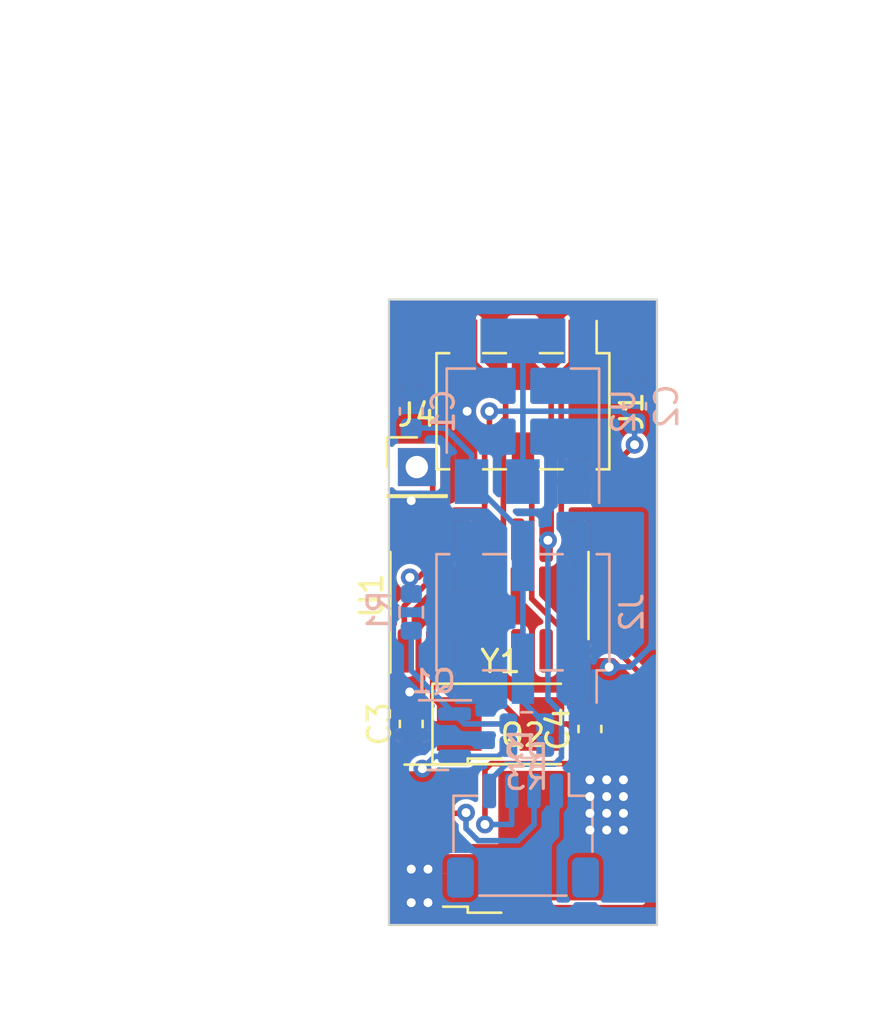
<source format=kicad_pcb>
(kicad_pcb (version 20211014) (generator pcbnew)
  (layers (0 "F.Cu" signal) (31 "B.Cu" signal) (34 "B.Paste" user) (35 "F.Paste" user) (36 "B.SilkS" user "B.Silkscreen") (37 "F.SilkS" user "F.Silkscreen") (38 "B.Mask" user) (39 "F.Mask" user) (44 "Edge.Cuts" user))
  (net 0 "")
  (net 1 "VIN")
  (net 2 "GND")
  (net 3 "VOUT")
  (net 4 "CLKI")
  (net 5 "PB1")
  (net 6 "ADC5")
  (net 7 "ADC6")
  (net 8 "PB3")
  (net 9 "OUTPUT01")
  (net 10 "ADC4")
  (net 11 "Net-(Q1-Pad1)")
  (net 12 "Net-(Q1-Pad2)")
  (net 13 "ADC0")
  (net 14 "CKOUT")
  (net 15 "ADC7")
  (net 16 "ADC3")
  (net 17 "ADC2")
  (net 18 "ADC1")
  (footprint "oomlout_OOMP_parts:CAPC-0603-X-PF20-V50-C6P20" (layer "F.Cu") (at 181.5 104.475 90)
    (fp_text reference "C4" (at 0 -1.43 90) (layer "F.SilkS"))
    (fp_text value "CAPC-0603-X-PF20-V50-C6P20")
    (fp_line (start -0.14058 0.51) (end 0.14058 0.51) (layer "F.SilkS") (width 0.12))
    (fp_line (start -0.14058 -0.51) (end 0.14058 -0.51) (layer "F.SilkS") (width 0.12))
    (pad "1" smd roundrect (at -0.775 0 90) (size 0.9 0.95) (layers "F.Cu" "F.Paste" "F.Mask") (net 5 "PB1"))
    (pad "2" smd roundrect (at 0.775 0 90) (size 0.9 0.95) (layers "F.Cu" "F.Paste" "F.Mask") (net 2 "GND"))
  )
  (footprint "oomlout_OOMP_parts:HEAD-I01-X-PI01-01-HP01" (layer "F.Cu") (at 173.75 92.75)
    (fp_text reference "J4" (at 0 -2.33) (layer "F.SilkS"))
    (fp_text value "HEAD-I01-X-PI01-01-HP01")
    (fp_line (start -1.33 1.33) (end 1.33 1.33) (layer "F.SilkS") (width 0.12))
    (fp_line (start 1.33 1.27) (end 1.33 1.33) (layer "F.SilkS") (width 0.12))
    (fp_line (start -1.33 1.27) (end 1.33 1.27) (layer "F.SilkS") (width 0.12))
    (fp_line (start -1.33 0) (end -1.33 -1.33) (layer "F.SilkS") (width 0.12))
    (fp_line (start -1.33 1.27) (end -1.33 1.33) (layer "F.SilkS") (width 0.12))
    (fp_line (start -1.33 -1.33) (end 0 -1.33) (layer "F.SilkS") (width 0.12))
    (pad "1" thru_hole rect (at 0 0) (size 1.7 1.7) (drill 1) (layers *.Cu *.Mask) (net 13 "ADC0"))
  )
  (footprint "oomlout_OOMP_parts:CAPC-0603-X-PF20-V50-C6P20" (layer "F.Cu") (at 173.5 104.25 90)
    (fp_text reference "C3" (at 0 -1.43 90) (layer "F.SilkS"))
    (fp_text value "CAPC-0603-X-PF20-V50-C6P20")
    (fp_line (start -0.14058 -0.51) (end 0.14058 -0.51) (layer "F.SilkS") (width 0.12))
    (fp_line (start -0.14058 0.51) (end 0.14058 0.51) (layer "F.SilkS") (width 0.12))
    (pad "1" smd roundrect (at -0.775 0 90) (size 0.9 0.95) (layers "F.Cu" "F.Paste" "F.Mask") (net 4 "CLKI"))
    (pad "2" smd roundrect (at 0.775 0 90) (size 0.9 0.95) (layers "F.Cu" "F.Paste" "F.Mask") (net 2 "GND"))
  )
  (footprint "oomlout_OOMP_parts:HEAD-I01-X-PI2X03-SM-H2X3SM" (layer "F.Cu") (at 178.5 90.25 -90)
    (fp_text reference "J1" (at 0 -4.87 90) (layer "F.SilkS"))
    (fp_text value "HEAD-I01-X-PI2X03-SM-H2X3SM")
    (fp_line (start -2.6 3.87) (end 2.6 3.87) (layer "F.SilkS") (width 0.12))
    (fp_line (start -2.6 0.76) (end -2.6 1.78) (layer "F.SilkS") (width 0.12))
    (fp_line (start -4.04 -3.3) (end -2.6 -3.3) (layer "F.SilkS") (width 0.12))
    (fp_line (start -2.6 -1.78) (end -2.6 -0.76) (layer "F.SilkS") (width 0.12))
    (fp_line (start -2.6 3.3) (end -2.6 3.87) (layer "F.SilkS") (width 0.12))
    (fp_line (start 2.6 -3.87) (end 2.6 -3.3) (layer "F.SilkS") (width 0.12))
    (fp_line (start 2.6 0.76) (end 2.6 1.78) (layer "F.SilkS") (width 0.12))
    (fp_line (start 2.6 -1.78) (end 2.6 -0.76) (layer "F.SilkS") (width 0.12))
    (fp_line (start -2.6 -3.87) (end -2.6 -3.3) (layer "F.SilkS") (width 0.12))
    (fp_line (start -2.6 -3.87) (end 2.6 -3.87) (layer "F.SilkS") (width 0.12))
    (fp_line (start 2.6 3.3) (end 2.6 3.87) (layer "F.SilkS") (width 0.12))
    (pad "1" smd rect (at -2.525 -2.54 270) (size 3.15 1) (layers "F.Cu" "F.Paste" "F.Mask") (net 6 "ADC5"))
    (pad "2" smd rect (at 2.525 -2.54 270) (size 3.15 1) (layers "F.Cu" "F.Paste" "F.Mask") (net 3 "VOUT"))
    (pad "3" smd rect (at -2.525 0 270) (size 3.15 1) (layers "F.Cu" "F.Paste" "F.Mask") (net 10 "ADC4"))
    (pad "4" smd rect (at 2.525 0 270) (size 3.15 1) (layers "F.Cu" "F.Paste" "F.Mask") (net 7 "ADC6"))
    (pad "5" smd rect (at -2.525 2.54 270) (size 3.15 1) (layers "F.Cu" "F.Paste" "F.Mask") (net 8 "PB3"))
    (pad "6" smd rect (at 2.525 2.54 270) (size 3.15 1) (layers "F.Cu" "F.Paste" "F.Mask") (net 2 "GND"))
  )
  (footprint "oomlout_OOMP_parts:MCUU-SC14-84-ATTINY-01-MCAT84SC14" (layer "F.Cu") (at 177 98.5 90)
    (fp_text reference "U1" (at 0 -5.28 90) (layer "F.SilkS"))
    (fp_text value "MCUU-SC14-84-ATTINY-01-MCAT84SC14")
    (fp_line (start 0 -4.435) (end -3.45 -4.435) (layer "F.SilkS") (width 0.12))
    (fp_line (start 0 -4.435) (end 1.95 -4.435) (layer "F.SilkS") (width 0.12))
    (fp_line (start 0 4.435) (end -1.95 4.435) (layer "F.SilkS") (width 0.12))
    (fp_line (start 0 4.435) (end 1.95 4.435) (layer "F.SilkS") (width 0.12))
    (pad "1" smd roundrect (at -2.475 -3.81 90) (size 1.95 0.6) (layers "F.Cu" "F.Paste" "F.Mask") (net 3 "VOUT"))
    (pad "2" smd roundrect (at -2.475 -2.54 90) (size 1.95 0.6) (layers "F.Cu" "F.Paste" "F.Mask") (net 4 "CLKI"))
    (pad "3" smd roundrect (at -2.475 -1.27 90) (size 1.95 0.6) (layers "F.Cu" "F.Paste" "F.Mask") (net 5 "PB1"))
    (pad "4" smd roundrect (at -2.475 0 90) (size 1.95 0.6) (layers "F.Cu" "F.Paste" "F.Mask") (net 8 "PB3"))
    (pad "5" smd roundrect (at -2.475 1.27 90) (size 1.95 0.6) (layers "F.Cu" "F.Paste" "F.Mask") (net 14 "CKOUT"))
    (pad "6" smd roundrect (at -2.475 2.54 90) (size 1.95 0.6) (layers "F.Cu" "F.Paste" "F.Mask") (net 15 "ADC7"))
    (pad "7" smd roundrect (at -2.475 3.81 90) (size 1.95 0.6) (layers "F.Cu" "F.Paste" "F.Mask") (net 7 "ADC6"))
    (pad "8" smd roundrect (at 2.475 3.81 90) (size 1.95 0.6) (layers "F.Cu" "F.Paste" "F.Mask") (net 6 "ADC5"))
    (pad "9" smd roundrect (at 2.475 2.54 90) (size 1.95 0.6) (layers "F.Cu" "F.Paste" "F.Mask") (net 10 "ADC4"))
    (pad "10" smd roundrect (at 2.475 1.27 90) (size 1.95 0.6) (layers "F.Cu" "F.Paste" "F.Mask") (net 16 "ADC3"))
    (pad "11" smd roundrect (at 2.475 0 90) (size 1.95 0.6) (layers "F.Cu" "F.Paste" "F.Mask") (net 17 "ADC2"))
    (pad "12" smd roundrect (at 2.475 -1.27 90) (size 1.95 0.6) (layers "F.Cu" "F.Paste" "F.Mask") (net 18 "ADC1"))
    (pad "13" smd roundrect (at 2.475 -2.54 90) (size 1.95 0.6) (layers "F.Cu" "F.Paste" "F.Mask") (net 13 "ADC0"))
    (pad "14" smd roundrect (at 2.475 -3.81 90) (size 1.95 0.6) (layers "F.Cu" "F.Paste" "F.Mask") (net 2 "GND"))
  )
  (footprint "oomlout_OOMP_parts:MOSN-T252-X-K4184-01-MN2524184A" (layer "F.Cu") (at 178.5 109.25)
    (fp_text reference "Q2" (at 0 -4.5) (layer "F.SilkS"))
    (fp_text value "MOSN-T252-X-K4184-01-MN2524184A")
    (fp_line (start -2.47 -3.45) (end -2.47 -3.18) (layer "F.SilkS") (width 0.12))
    (fp_line (start -0.97 -3.45) (end -2.47 -3.45) (layer "F.SilkS") (width 0.12))
    (fp_line (start -0.97 3.45) (end -2.47 3.45) (layer "F.SilkS") (width 0.12))
    (fp_line (start -2.47 -3.18) (end -5.3 -3.18) (layer "F.SilkS") (width 0.12))
    (fp_line (start -2.47 3.45) (end -2.47 3.18) (layer "F.SilkS") (width 0.12))
    (fp_line (start -2.47 3.18) (end -3.57 3.18) (layer "F.SilkS") (width 0.12))
    (pad "1" smd rect (at -4.2 -2.28) (size 2.2 1.2) (layers "F.Cu" "F.Paste" "F.Mask") (net 12 "Net-(Q1-Pad2)"))
    (pad "2" smd rect (at 2.1 0) (size 6.4 5.8) (layers "F.Cu" "F.Mask") (net 9 "OUTPUT01"))
    (pad "2" smd rect (at -4.2 0) (size 2.2 1.2) (layers "F.Cu" "F.Paste" "F.Mask") (net 9 "OUTPUT01"))
    (pad "3" smd rect (at -4.2 2.28) (size 2.2 1.2) (layers "F.Cu" "F.Paste" "F.Mask") (net 2 "GND"))
  )
  (footprint "oomlout_OOMP_parts:XTAL-5032-X-MZ16-01-XTAL5032-MZ16" (layer "F.Cu") (at 177.5 104.25)
    (fp_text reference "Y1" (at 0 -2.8) (layer "F.SilkS"))
    (fp_text value "XTAL-5032-X-MZ16-01-XTAL5032-MZ16")
    (fp_line (start 2.7 -1.8) (end -3.05 -1.8) (layer "F.SilkS") (width 0.12))
    (fp_line (start -3.05 -1.8) (end -3.05 1.8) (layer "F.SilkS") (width 0.12))
    (fp_line (start -3.05 1.8) (end 2.7 1.8) (layer "F.SilkS") (width 0.12))
    (pad "1" smd rect (at -1.85 0) (size 2 2.4) (layers "F.Cu" "F.Paste" "F.Mask") (net 4 "CLKI"))
    (pad "2" smd rect (at 1.85 0) (size 2 2.4) (layers "F.Cu" "F.Paste" "F.Mask") (net 5 "PB1"))
  )
  (footprint "oomlout_OOMP_parts:CAPC-0603-X-NF100-V50-C6N100" (layer "B.Cu") (at 183.5 90.025 90)
    (fp_text reference "C2" (at 0 1.43 90) (layer "B.SilkS") (effects (justify mirror)))
    (fp_text value "CAPC-0603-X-NF100-V50-C6N100")
    (fp_line (start -0.14058 0.51) (end 0.14058 0.51) (layer "B.SilkS") (width 0.12))
    (fp_line (start -0.14058 -0.51) (end 0.14058 -0.51) (layer "B.SilkS") (width 0.12))
    (pad "1" smd roundrect (at -0.775 0 90) (size 0.9 0.95) (layers "B.Cu" "B.Paste" "B.Mask") (net 3 "VOUT"))
    (pad "2" smd roundrect (at 0.775 0 90) (size 0.9 0.95) (layers "B.Cu" "B.Paste" "B.Mask") (net 2 "GND"))
  )
  (footprint "oomlout_OOMP_parts:RESE-0603-X-O271-01-R6O271" (layer "B.Cu") (at 173.5 99.25 -90)
    (fp_text reference "R1" (at 0 1.43 90) (layer "B.SilkS") (effects (justify mirror)))
    (fp_text value "RESE-0603-X-O271-01-R6O271")
    (fp_line (start -0.237258 0.5225) (end 0.237258 0.5225) (layer "B.SilkS") (width 0.12))
    (fp_line (start -0.237258 -0.5225) (end 0.237258 -0.5225) (layer "B.SilkS") (width 0.12))
    (pad "1" smd roundrect (at -0.825 0 270) (size 0.8 0.95) (layers "B.Cu" "B.Paste" "B.Mask") (net 13 "ADC0"))
    (pad "2" smd roundrect (at 0.825 0 270) (size 0.8 0.95) (layers "B.Cu" "B.Paste" "B.Mask") (net 11 "Net-(Q1-Pad1)"))
  )
  (footprint "oomlout_OOMP_parts:HEAD-JSTSH-X-PI04-RS-HSH04RS" (layer "B.Cu") (at 178.5 109.25 180)
    (fp_text reference "J3" (at 0 3.98) (layer "B.SilkS") (effects (justify mirror)))
    (fp_text value "HEAD-JSTSH-X-PI04-RS-HSH04RS")
    (fp_line (start 3.11 -0.715) (end 3.11 1.785) (layer "B.SilkS") (width 0.12))
    (fp_line (start 3.11 1.785) (end 2.06 1.785) (layer "B.SilkS") (width 0.12))
    (fp_line (start -2.06 1.785) (end -2.06 2.775) (layer "B.SilkS") (width 0.12))
    (fp_line (start -3.11 1.785) (end -2.06 1.785) (layer "B.SilkS") (width 0.12))
    (fp_line (start -1.94 -2.685) (end 1.94 -2.685) (layer "B.SilkS") (width 0.12))
    (fp_line (start -3.11 -0.715) (end -3.11 1.785) (layer "B.SilkS") (width 0.12))
    (pad "1" smd roundrect (at -1.5 2 180) (size 0.6 1.55) (layers "B.Cu" "B.Paste" "B.Mask") (net 2 "GND"))
    (pad "2" smd roundrect (at -0.5 2 180) (size 0.6 1.55) (layers "B.Cu" "B.Paste" "B.Mask") (net 3 "VOUT"))
    (pad "3" smd roundrect (at 0.5 2 180) (size 0.6 1.55) (layers "B.Cu" "B.Paste" "B.Mask") (net 7 "ADC6"))
    (pad "4" smd roundrect (at 1.5 2 180) (size 0.6 1.55) (layers "B.Cu" "B.Paste" "B.Mask") (net 10 "ADC4"))
    (pad "MP" smd roundrect (at -2.8 -1.875 180) (size 1.2 1.8) (layers "B.Cu" "B.Paste" "B.Mask") (roundrect_rratio 0.2083333333))
    (pad "MP" smd roundrect (at 2.8 -1.875 180) (size 1.2 1.8) (layers "B.Cu" "B.Paste" "B.Mask") (roundrect_rratio 0.2083333333))
  )
  (footprint "oomlout_OOMP_parts:RESE-0603-X-O103-01-R6O1301" (layer "B.Cu") (at 178.675 105.25)
    (fp_text reference "R3" (at 0 1.43) (layer "B.SilkS") (effects (justify mirror)))
    (fp_text value "RESE-0603-X-O103-01-R6O1301")
    (fp_line (start -0.237258 0.5225) (end 0.237258 0.5225) (layer "B.SilkS") (width 0.12))
    (fp_line (start -0.237258 -0.5225) (end 0.237258 -0.5225) (layer "B.SilkS") (width 0.12))
    (pad "1" smd roundrect (at -0.825 0) (size 0.8 0.95) (layers "B.Cu" "B.Paste" "B.Mask") (net 12 "Net-(Q1-Pad2)"))
    (pad "2" smd roundrect (at 0.825 0) (size 0.8 0.95) (layers "B.Cu" "B.Paste" "B.Mask") (net 1 "VIN"))
  )
  (footprint "oomlout_OOMP_parts:CAPC-0603-X-NF100-V50-C6N100" (layer "B.Cu") (at 173.5 90.25 90)
    (fp_text reference "C1" (at 0 1.43 90) (layer "B.SilkS") (effects (justify mirror)))
    (fp_text value "CAPC-0603-X-NF100-V50-C6N100")
    (fp_line (start -0.14058 0.51) (end 0.14058 0.51) (layer "B.SilkS") (width 0.12))
    (fp_line (start -0.14058 -0.51) (end 0.14058 -0.51) (layer "B.SilkS") (width 0.12))
    (pad "1" smd roundrect (at -0.775 0 90) (size 0.9 0.95) (layers "B.Cu" "B.Paste" "B.Mask") (net 1 "VIN"))
    (pad "2" smd roundrect (at 0.775 0 90) (size 0.9 0.95) (layers "B.Cu" "B.Paste" "B.Mask") (net 2 "GND"))
  )
  (footprint "oomlout_OOMP_parts:RESE-0603-X-O103-01-R6O1301" (layer "B.Cu") (at 178.675 104.25)
    (fp_text reference "R2" (at 0 1.43) (layer "B.SilkS") (effects (justify mirror)))
    (fp_text value "RESE-0603-X-O103-01-R6O1301")
    (fp_line (start -0.237258 -0.5225) (end 0.237258 -0.5225) (layer "B.SilkS") (width 0.12))
    (fp_line (start -0.237258 0.5225) (end 0.237258 0.5225) (layer "B.SilkS") (width 0.12))
    (pad "1" smd roundrect (at -0.825 0) (size 0.8 0.95) (layers "B.Cu" "B.Paste" "B.Mask") (net 11 "Net-(Q1-Pad1)"))
    (pad "2" smd roundrect (at 0.825 0) (size 0.8 0.95) (layers "B.Cu" "B.Paste" "B.Mask") (net 1 "VIN"))
  )
  (footprint "oomlout_OOMP_parts:TRNN-SO23-X-KS8050-01-TRNN-SO23-KS8050" (layer "B.Cu") (at 174.5 104.75 180)
    (fp_text reference "Q1" (at 0 2.4) (layer "B.SilkS") (effects (justify mirror)))
    (fp_text value "TRNN-SO23-X-KS8050-01-TRNN-SO23-KS8050")
    (fp_line (start 0 -1.56) (end -0.65 -1.56) (layer "B.SilkS") (width 0.12))
    (fp_line (start 0 1.56) (end -1.675 1.56) (layer "B.SilkS") (width 0.12))
    (fp_line (start 0 -1.56) (end 0.65 -1.56) (layer "B.SilkS") (width 0.12))
    (fp_line (start 0 1.56) (end 0.65 1.56) (layer "B.SilkS") (width 0.12))
    (pad "1" smd roundrect (at -0.9375 0.95 180) (size 1.475 0.6) (layers "B.Cu" "B.Paste" "B.Mask") (net 11 "Net-(Q1-Pad1)"))
    (pad "2" smd roundrect (at -0.9375 -0.95 180) (size 1.475 0.6) (layers "B.Cu" "B.Paste" "B.Mask") (net 12 "Net-(Q1-Pad2)"))
    (pad "3" smd roundrect (at 0.9375 0 180) (size 1.475 0.6) (layers "B.Cu" "B.Paste" "B.Mask") (net 2 "GND"))
  )
  (footprint "oomlout_OOMP_parts:VREG-SO223-X-KLD1117-V33D-VR111722333" (layer "B.Cu") (at 178.5 90.25 90)
    (fp_text reference "U2" (at 0 4.5 90) (layer "B.SilkS") (effects (justify mirror)))
    (fp_text value "VREG-SO223-X-KLD1117-V33D-VR111722333")
    (fp_line (start 1.91 3.41) (end 1.91 2.15) (layer "B.SilkS") (width 0.12))
    (fp_line (start -1.85 -3.41) (end 1.91 -3.41) (layer "B.SilkS") (width 0.12))
    (fp_line (start 1.91 -3.41) (end 1.91 -2.15) (layer "B.SilkS") (width 0.12))
    (fp_line (start -4.1 3.41) (end 1.91 3.41) (layer "B.SilkS") (width 0.12))
    (pad "1" smd rect (at -3.15 2.3 90) (size 2 1.5) (layers "B.Cu" "B.Paste" "B.Mask") (net 2 "GND"))
    (pad "2" smd rect (at 3.15 0 90) (size 2 3.8) (layers "B.Cu" "B.Paste" "B.Mask") (net 3 "VOUT"))
    (pad "2" smd rect (at -3.15 0 90) (size 2 1.5) (layers "B.Cu" "B.Paste" "B.Mask") (net 3 "VOUT"))
    (pad "3" smd rect (at -3.15 -2.3 90) (size 2 1.5) (layers "B.Cu" "B.Paste" "B.Mask") (net 1 "VIN"))
  )
  (footprint "oomlout_OOMP_parts:HEAD-I01-X-PI2X03-SM-H2X3SM" (layer "B.Cu") (at 178.5 99.25 90)
    (fp_text reference "J2" (at 0 4.87 90) (layer "B.SilkS") (effects (justify mirror)))
    (fp_text value "HEAD-I01-X-PI2X03-SM-H2X3SM")
    (fp_line (start -2.6 -3.87) (end 2.6 -3.87) (layer "B.SilkS") (width 0.12))
    (fp_line (start -2.6 3.87) (end -2.6 3.3) (layer "B.SilkS") (width 0.12))
    (fp_line (start 2.6 1.78) (end 2.6 0.76) (layer "B.SilkS") (width 0.12))
    (fp_line (start -2.6 -0.76) (end -2.6 -1.78) (layer "B.SilkS") (width 0.12))
    (fp_line (start -2.6 1.78) (end -2.6 0.76) (layer "B.SilkS") (width 0.12))
    (fp_line (start 2.6 3.87) (end 2.6 3.3) (layer "B.SilkS") (width 0.12))
    (fp_line (start -2.6 3.87) (end 2.6 3.87) (layer "B.SilkS") (width 0.12))
    (fp_line (start 2.6 -0.76) (end 2.6 -1.78) (layer "B.SilkS") (width 0.12))
    (fp_line (start -4.04 3.3) (end -2.6 3.3) (layer "B.SilkS") (width 0.12))
    (fp_line (start -2.6 -3.3) (end -2.6 -3.87) (layer "B.SilkS") (width 0.12))
    (fp_line (start 2.6 -3.3) (end 2.6 -3.87) (layer "B.SilkS") (width 0.12))
    (pad "1" smd rect (at -2.525 2.54 90) (size 3.15 1) (layers "B.Cu" "B.Paste" "B.Mask") (net 9 "OUTPUT01"))
    (pad "2" smd rect (at 2.525 2.54 90) (size 3.15 1) (layers "B.Cu" "B.Paste" "B.Mask") (net 9 "OUTPUT01"))
    (pad "3" smd rect (at -2.525 0 90) (size 3.15 1) (layers "B.Cu" "B.Paste" "B.Mask") (net 1 "VIN"))
    (pad "4" smd rect (at 2.525 0 90) (size 3.15 1) (layers "B.Cu" "B.Paste" "B.Mask") (net 1 "VIN"))
    (pad "5" smd rect (at -2.525 -2.54 90) (size 3.15 1) (layers "B.Cu" "B.Paste" "B.Mask") (net 2 "GND"))
    (pad "6" smd rect (at 2.525 -2.54 90) (size 3.15 1) (layers "B.Cu" "B.Paste" "B.Mask") (net 2 "GND"))
  )
  (gr_line (start 184.5 113.25) (end 172.5 113.25) (layer "Edge.Cuts") (width 0.1))
  (gr_line (start 172.5 113.25) (end 172.5 85.25) (layer "Edge.Cuts") (width 0.1))
  (gr_line (start 172.5 85.25) (end 184.5 85.25) (layer "Edge.Cuts") (width 0.1))
  (gr_line (start 184.5 85.25) (end 184.5 113.25) (layer "Edge.Cuts") (width 0.1))
  (segment (start 178.5 96.725) (end 178.5 101.775) (width 0.25) (layer "B.Cu") (net 1))
  (segment (start 175 91) (end 173.525 91) (width 0.25) (layer "B.Cu") (net 1))
  (segment (start 178.5 101.775) (end 178.5 103.25) (width 0.25) (layer "B.Cu") (net 1))
  (segment (start 176.2 93.4) (end 176.2 92.2) (width 0.25) (layer "B.Cu") (net 1))
  (segment (start 179.5 104.25) (end 179.5 105.25) (width 0.25) (layer "B.Cu") (net 1))
  (segment (start 173.525 91) (end 173.5 91.025) (width 0.25) (layer "B.Cu") (net 1))
  (segment (start 178.5 103.25) (end 179.5 104.25) (width 0.25) (layer "B.Cu") (net 1))
  (segment (start 178.5 95.7) (end 176.2 93.4) (width 0.25) (layer "B.Cu") (net 1))
  (segment (start 176.2 92.2) (end 175 91) (width 0.25) (layer "B.Cu") (net 1))
  (segment (start 178.5 96.725) (end 178.5 95.7) (width 0.25) (layer "B.Cu") (net 1))
  (segment (start 173.5 91.025) (end 173.825 91.025) (width 0.25) (layer "B.Cu") (net 1))
  (segment (start 182.5 102.7) (end 182.5 101.562201) (width 0.25) (layer "F.Cu") (net 2))
  (segment (start 174.5 111.25) (end 173.5 112.25) (width 0.25) (layer "F.Cu") (net 2))
  (segment (start 174.3 111.53) (end 173.78 111.53) (width 0.25) (layer "F.Cu") (net 2))
  (segment (start 173.5 102.75) (end 173.431451 102.818549) (width 0.25) (layer "F.Cu") (net 2))
  (segment (start 182.5 101.562201) (end 182.362701 101.6995) (width 0.25) (layer "F.Cu") (net 2))
  (segment (start 173.5 103.475) (end 173.5 102.75) (width 0.25) (layer "F.Cu") (net 2))
  (segment (start 173.78 111.53) (end 173.5 111.25) (width 0.25) (layer "F.Cu") (net 2))
  (segment (start 181.5 103.7) (end 182.5 102.7) (width 0.25) (layer "F.Cu") (net 2))
  (segment (start 173.19 94.56) (end 173.5 94.25) (width 0.25) (layer "F.Cu") (net 2))
  (segment (start 173.19 96.025) (end 173.19 94.56) (width 0.25) (layer "F.Cu") (net 2))
  (segment (start 175.96 92.775) (end 175.96 90.29) (width 0.25) (layer "F.Cu") (net 2))
  (segment (start 175.96 90.29) (end 176 90.25) (width 0.25) (layer "F.Cu") (net 2))
  (via (at 173.431451 102.818549) (size 0.8) (drill 0.4) (layers "F.Cu" "B.Cu") (net 2))
  (via (at 173.5 112.25) (size 0.8) (drill 0.4) (layers "F.Cu" "B.Cu") (net 2))
  (via (at 176 90.25) (size 0.8) (drill 0.4) (layers "F.Cu" "B.Cu") (net 2))
  (via (at 173.5 94.25) (size 0.8) (drill 0.4) (layers "F.Cu" "B.Cu") (net 2))
  (via (at 173.5 110.75) (size 0.8) (drill 0.4) (layers "F.Cu" "B.Cu") (net 2))
  (via (at 182.362701 101.6995) (size 0.8) (drill 0.4) (layers "F.Cu" "B.Cu") (net 2))
  (via (at 174.25 112.25) (size 0.8) (drill 0.4) (layers "F.Cu" "B.Cu") (net 2))
  (via (at 174.25 110.75) (size 0.8) (drill 0.4) (layers "F.Cu" "B.Cu") (net 2))
  (segment (start 184.25 100.75) (end 184.25 94.5) (width 0.25) (layer "B.Cu") (net 2))
  (segment (start 184.25 94.5) (end 183.15 93.4) (width 0.25) (layer "B.Cu") (net 2))
  (segment (start 180 107.25) (end 180 109.25) (width 0.25) (layer "B.Cu") (net 2))
  (segment (start 174.75 112.75) (end 174.25 112.25) (width 0.25) (layer "B.Cu") (net 2))
  (segment (start 183.3005 101.6995) (end 184.25 100.75) (width 0.25) (layer "B.Cu") (net 2))
  (segment (start 176.5 112.75) (end 174.75 112.75) (width 0.25) (layer "B.Cu") (net 2))
  (segment (start 182.362701 101.6995) (end 183.3005 101.6995) (width 0.25) (layer "B.Cu") (net 2))
  (segment (start 180 109.25) (end 176.5 112.75) (width 0.25) (layer "B.Cu") (net 2))
  (segment (start 175.96 96.725) (end 175.96 101.775) (width 0.25) (layer "B.Cu") (net 2))
  (segment (start 173.5 112.25) (end 173.58 112.25) (width 0.25) (layer "B.Cu") (net 2))
  (segment (start 183.15 93.4) (end 180.8 93.4) (width 0.25) (layer "B.Cu") (net 2))
  (segment (start 173.19 100.975) (end 172.7 101.465) (width 0.25) (layer "F.Cu") (net 3))
  (segment (start 181.04 92.775) (end 182.475 92.775) (width 0.25) (layer "F.Cu") (net 3))
  (segment (start 176.785 91.465) (end 177 91.25) (width 0.25) (layer "F.Cu") (net 3))
  (segment (start 175.433249 94.675) (end 176.785 94.675) (width 0.25) (layer "F.Cu") (net 3))
  (segment (start 172.7 101.465) (end 172.7 107.72) (width 0.25) (layer "F.Cu") (net 3))
  (segment (start 173.19 100.975) (end 173.19 98.961751) (width 0.25) (layer "F.Cu") (net 3))
  (segment (start 175.982272 108.25) (end 175.952774 108.220502) (width 0.25) (layer "F.Cu") (net 3))
  (segment (start 173.23 108.25) (end 175.982272 108.25) (width 0.25) (layer "F.Cu") (net 3))
  (segment (start 176.785 94.675) (end 176.785 91.465) (width 0.25) (layer "F.Cu") (net 3))
  (segment (start 175.105 97.046751) (end 175.105 95.003249) (width 0.25) (layer "F.Cu") (net 3))
  (segment (start 172.7 107.72) (end 173.23 108.25) (width 0.25) (layer "F.Cu") (net 3))
  (segment (start 182.475 92.775) (end 183.5 91.75) (width 0.25) (layer "F.Cu") (net 3))
  (segment (start 175.105 95.003249) (end 175.433249 94.675) (width 0.25) (layer "F.Cu") (net 3))
  (segment (start 177 91.25) (end 177 90.25) (width 0.25) (layer "F.Cu") (net 3))
  (segment (start 173.19 98.961751) (end 175.105 97.046751) (width 0.25) (layer "F.Cu") (net 3))
  (via (at 175.952774 108.220502) (size 0.8) (drill 0.4) (layers "F.Cu" "B.Cu") (net 3))
  (via (at 183.5 91.75) (size 0.8) (drill 0.4) (layers "F.Cu" "B.Cu") (net 3))
  (via (at 177 90.25) (size 0.8) (drill 0.4) (layers "F.Cu" "B.Cu") (net 3))
  (segment (start 178.275 109.475) (end 179 108.75) (width 0.25) (layer "B.Cu") (net 3))
  (segment (start 178.5 93.4) (end 178.5 87.1) (width 0.25) (layer "B.Cu") (net 3))
  (segment (start 179 108.75) (end 179 107.25) (width 0.25) (layer "B.Cu") (net 3))
  (segment (start 177 90.25) (end 178.5 90.25) (width 0.25) (layer "B.Cu") (net 3))
  (segment (start 175.952774 108.220502) (end 175.952774 108.927581) (width 0.25) (layer "B.Cu") (net 3))
  (segment (start 182.95 90.25) (end 178.5 90.25) (width 0.25) (layer "B.Cu") (net 3))
  (segment (start 178.5 90.25) (end 178.5 87.1) (width 0.25) (layer "B.Cu") (net 3))
  (segment (start 175.952774 108.927581) (end 176.500193 109.475) (width 0.25) (layer "B.Cu") (net 3))
  (segment (start 183.5 90.8) (end 182.95 90.25) (width 0.25) (layer "B.Cu") (net 3))
  (segment (start 176.500193 109.475) (end 178.275 109.475) (width 0.25) (layer "B.Cu") (net 3))
  (segment (start 183.5 90.8) (end 183.5 91.75) (width 0.25) (layer "B.Cu") (net 3))
  (segment (start 174.275 104.25) (end 173.5 105.025) (width 0.25) (layer "F.Cu") (net 4))
  (segment (start 175.65 104.25) (end 174.275 104.25) (width 0.25) (layer "F.Cu") (net 4))
  (segment (start 174.46 100.975) (end 174.46 103.06) (width 0.25) (layer "F.Cu") (net 4))
  (segment (start 174.46 103.06) (end 175.65 104.25) (width 0.25) (layer "F.Cu") (net 4))
  (segment (start 175.73 100.975) (end 175.73 101.48) (width 0.25) (layer "F.Cu") (net 5))
  (segment (start 179.35 104.25) (end 180.5 104.25) (width 0.25) (layer "F.Cu") (net 5))
  (segment (start 175.73 101.48) (end 178.5 104.25) (width 0.25) (layer "F.Cu") (net 5))
  (segment (start 180.5 104.25) (end 181.5 105.25) (width 0.25) (layer "F.Cu") (net 5))
  (segment (start 178.5 104.25) (end 179.35 104.25) (width 0.25) (layer "F.Cu") (net 5))
  (segment (start 180.215 88.55) (end 180.215 95.43) (width 0.25) (layer "F.Cu") (net 6))
  (segment (start 180.215 95.43) (end 180.81 96.025) (width 0.25) (layer "F.Cu") (net 6))
  (segment (start 181.04 87.725) (end 180.215 88.55) (width 0.25) (layer "F.Cu") (net 6))
  (segment (start 177.075 106.025) (end 181.977817 106.025) (width 0.25) (layer "F.Cu") (net 7))
  (segment (start 178.5 92.775) (end 178.895 93.17) (width 0.25) (layer "F.Cu") (net 7))
  (segment (start 183.75 102) (end 183.75 104.252817) (width 0.25) (layer "F.Cu") (net 7))
  (segment (start 180.81 100.975) (end 182.725 100.975) (width 0.25) (layer "F.Cu") (net 7))
  (segment (start 183.75 104.252817) (end 181.977817 106.025) (width 0.25) (layer "F.Cu") (net 7))
  (segment (start 178.895 98.645) (end 180.81 100.56) (width 0.25) (layer "F.Cu") (net 7))
  (segment (start 176.800498 106.299502) (end 177.075 106.025) (width 0.25) (layer "F.Cu") (net 7))
  (segment (start 176.800498 108.75) (end 176.800498 106.299502) (width 0.25) (layer "F.Cu") (net 7))
  (segment (start 182.725 100.975) (end 183.75 102) (width 0.25) (layer "F.Cu") (net 7))
  (segment (start 180.81 100.56) (end 180.81 100.975) (width 0.25) (layer "F.Cu") (net 7))
  (segment (start 178.895 93.17) (end 178.895 98.645) (width 0.25) (layer "F.Cu") (net 7))
  (via (at 176.800498 108.75) (size 0.8) (drill 0.4) (layers "F.Cu" "B.Cu") (net 7))
  (segment (start 178 108.75) (end 176.800498 108.75) (width 0.25) (layer "B.Cu") (net 7))
  (segment (start 178 107.25) (end 178 108.75) (width 0.25) (layer "B.Cu") (net 7))
  (segment (start 177.625 100.35) (end 177 100.975) (width 0.25) (layer "F.Cu") (net 8))
  (segment (start 175.96 87.725) (end 177.725 89.49) (width 0.25) (layer "F.Cu") (net 8))
  (segment (start 177.725 90.550305) (end 177.625 90.650305) (width 0.25) (layer "F.Cu") (net 8))
  (segment (start 177 100.211751) (end 177 100.975) (width 0.25) (layer "F.Cu") (net 8))
  (segment (start 177.625 90.650305) (end 177.625 100.35) (width 0.25) (layer "F.Cu") (net 8))
  (segment (start 177.725 89.49) (end 177.725 90.550305) (width 0.25) (layer "F.Cu") (net 8))
  (segment (start 180.1 109.75) (end 174.8 109.75) (width 0.25) (layer "F.Cu") (net 9))
  (segment (start 174.8 109.75) (end 174.3 109.25) (width 0.25) (layer "F.Cu") (net 9))
  (segment (start 180.6 109.25) (end 180.1 109.75) (width 0.25) (layer "F.Cu") (net 9))
  (via (at 182.25 108.25) (size 0.8) (drill 0.4) (layers "F.Cu" "B.Cu") (net 9))
  (via (at 181.5 109) (size 0.8) (drill 0.4) (layers "F.Cu" "B.Cu") (net 9))
  (via (at 181.5 106.75) (size 0.8) (drill 0.4) (layers "F.Cu" "B.Cu") (net 9))
  (via (at 181.5 108.25) (size 0.8) (drill 0.4) (layers "F.Cu" "B.Cu") (net 9))
  (via (at 183 107.5) (size 0.8) (drill 0.4) (layers "F.Cu" "B.Cu") (net 9))
  (via (at 182.25 107.5) (size 0.8) (drill 0.4) (layers "F.Cu" "B.Cu") (net 9))
  (via (at 183 106.75) (size 0.8) (drill 0.4) (layers "F.Cu" "B.Cu") (net 9))
  (via (at 181.5 107.5) (size 0.8) (drill 0.4) (layers "F.Cu" "B.Cu") (net 9))
  (via (at 182.25 106.75) (size 0.8) (drill 0.4) (layers "F.Cu" "B.Cu") (net 9))
  (via (at 183 109) (size 0.8) (drill 0.4) (layers "F.Cu" "B.Cu") (net 9))
  (via (at 183 108.25) (size 0.8) (drill 0.4) (layers "F.Cu" "B.Cu") (net 9))
  (via (at 182.25 109) (size 0.8) (drill 0.4) (layers "F.Cu" "B.Cu") (net 9))
  (segment (start 181.04 96.725) (end 181.04 101.775) (width 0.25) (layer "B.Cu") (net 9))
  (segment (start 178.5 87.725) (end 179.765 88.99) (width 0.25) (layer "F.Cu") (net 10))
  (segment (start 179.765 88.99) (end 179.765 95.8) (width 0.25) (layer "F.Cu") (net 10))
  (segment (start 179.765 95.8) (end 179.54 96.025) (width 0.25) (layer "F.Cu") (net 10))
  (via (at 179.6195 96.025) (size 0.8) (drill 0.4) (layers "F.Cu" "B.Cu") (net 10))
  (segment (start 180.225 103.757538) (end 179.6195 103.152038) (width 0.25) (layer "B.Cu") (net 10))
  (segment (start 177.753249 106.05) (end 179.917462 106.05) (width 0.25) (layer "B.Cu") (net 10))
  (segment (start 177 106.803249) (end 177.753249 106.05) (width 0.25) (layer "B.Cu") (net 10))
  (segment (start 177 107.25) (end 177 106.803249) (width 0.25) (layer "B.Cu") (net 10))
  (segment (start 180.225 105.742462) (end 180.225 103.757538) (width 0.25) (layer "B.Cu") (net 10))
  (segment (start 179.917462 106.05) (end 180.225 105.742462) (width 0.25) (layer "B.Cu") (net 10))
  (segment (start 179.6195 103.152038) (end 179.6195 96.025) (width 0.25) (layer "B.Cu") (net 10))
  (segment (start 173.5 100.075) (end 173.5 101.8625) (width 0.25) (layer "B.Cu") (net 11))
  (segment (start 173.5 101.8625) (end 175.4375 103.8) (width 0.25) (layer "B.Cu") (net 11))
  (segment (start 177.85 104.25) (end 175.8875 104.25) (width 0.25) (layer "B.Cu") (net 11))
  (segment (start 175.8875 104.25) (end 175.4375 103.8) (width 0.25) (layer "B.Cu") (net 11))
  (segment (start 174 106.25) (end 174 106.67) (width 0.25) (layer "F.Cu") (net 12))
  (segment (start 174 106.67) (end 174.3 106.97) (width 0.25) (layer "F.Cu") (net 12))
  (via (at 174 106.25) (size 0.8) (drill 0.4) (layers "F.Cu" "B.Cu") (net 12))
  (segment (start 175.4375 105.7) (end 177.4 105.7) (width 0.25) (layer "B.Cu") (net 12))
  (segment (start 174.55 105.7) (end 174 106.25) (width 0.25) (layer "B.Cu") (net 12))
  (segment (start 177.4 105.7) (end 177.85 105.25) (width 0.25) (layer "B.Cu") (net 12))
  (segment (start 175.4375 105.7) (end 174.55 105.7) (width 0.25) (layer "B.Cu") (net 12))
  (segment (start 174.46 97.055355) (end 173.882677 97.632678) (width 0.25) (layer "F.Cu") (net 13))
  (segment (start 173.826778 97.688577) (end 173.438576 97.688577) (width 0.25) (layer "F.Cu") (net 13))
  (segment (start 174.46 93.46) (end 174.46 96.025) (width 0.25) (layer "F.Cu") (net 13))
  (segment (start 173.882677 97.632678) (end 173.826778 97.688577) (width 0.25) (layer "F.Cu") (net 13))
  (segment (start 174.46 96.025) (end 174.46 97.055355) (width 0.25) (layer "F.Cu") (net 13))
  (segment (start 173.75 92.75) (end 174.46 93.46) (width 0.25) (layer "F.Cu") (net 13))
  (via (at 173.438576 97.688577) (size 0.8) (drill 0.4) (layers "F.Cu" "B.Cu") (net 13))
  (segment (start 173.438576 98.363576) (end 173.5 98.425) (width 0.25) (layer "B.Cu") (net 13))
  (segment (start 173.438576 97.688577) (end 173.438576 98.363576) (width 0.25) (layer "B.Cu") (net 13))
  (zone (net 2) (net_name "GND") (layers F&B.Cu) (connect_pads (clearance 0)) (min_thickness 0.254) (fill yes (thermal_gap 0) (thermal_bridge_width 0.3))
    (polygon (pts (xy 185 113.75) (xy 172 113.75) (xy 172 84.75) (xy 185 84.75)))
  )
  (zone (net 9) (net_name "OUTPUT01") (layer "B.Cu") (priority 2) (connect_pads (clearance 0)) (min_thickness 0.254) (fill yes (thermal_gap 0) (thermal_bridge_width 0.3))
    (polygon (pts (xy 184.5 112.25) (xy 180 112.25) (xy 180 94.75) (xy 184.5 94.75)))
  )
)
</source>
